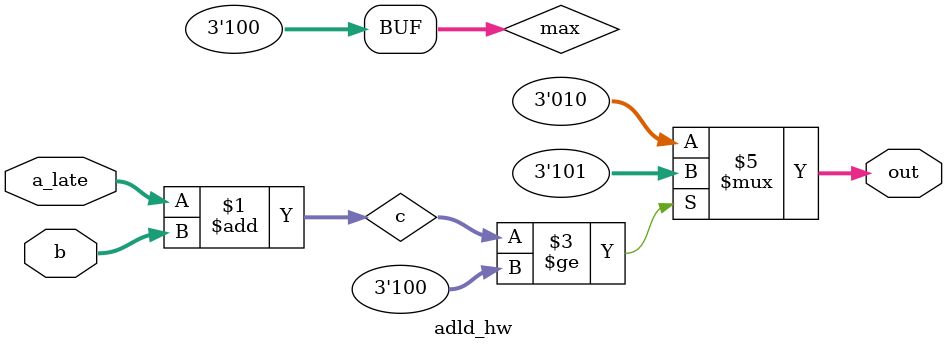
<source format=v>
`timescale 1ns / 1ps
module adld_hw(
    input [2:0] a_late,
    input [2:0] b,
    output reg[2:0] out
    );

wire [2:0]max,c;
assign c = a_late+b;
//assign d = 3'b010;
assign max = 3'b100;

always @(c or max)
begin
if(c>=max)
 out = 3'b101;
else
 out = 3'b010;
end


endmodule

</source>
